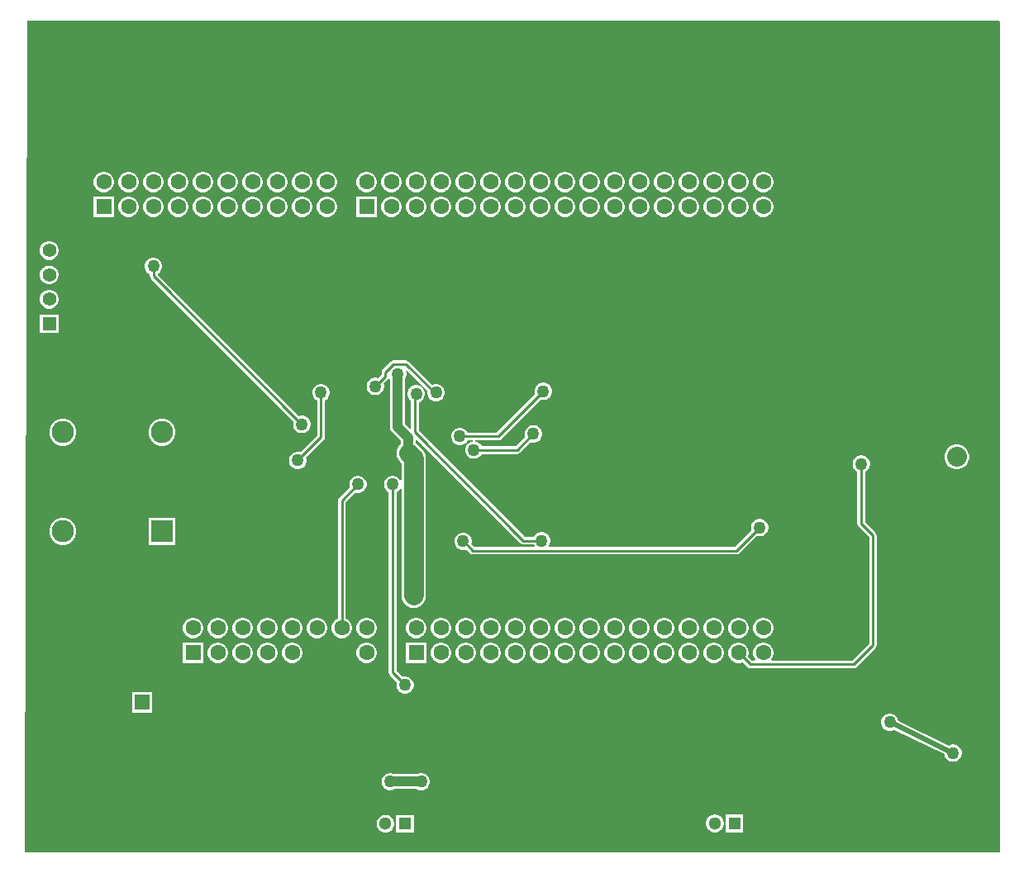
<source format=gbl>
G04*
G04 #@! TF.GenerationSoftware,Altium Limited,Altium Designer,25.1.2 (22)*
G04*
G04 Layer_Physical_Order=2*
G04 Layer_Color=16711680*
%FSLAX25Y25*%
%MOIN*%
G70*
G04*
G04 #@! TF.SameCoordinates,7C62D4D7-8F8D-48FC-A2E0-5C7692351293*
G04*
G04*
G04 #@! TF.FilePolarity,Positive*
G04*
G01*
G75*
%ADD15C,0.01000*%
%ADD63C,0.05118*%
%ADD64R,0.05118X0.05118*%
%ADD67C,0.03937*%
%ADD68C,0.01968*%
%ADD69R,0.06299X0.06299*%
%ADD70C,0.06299*%
%ADD71R,0.08976X0.08976*%
%ADD72C,0.08976*%
%ADD73C,0.05512*%
%ADD74R,0.05512X0.05512*%
%ADD75C,0.08000*%
%ADD76C,0.05000*%
%ADD77C,0.07874*%
G36*
X393500Y335847D02*
Y500D01*
X501D01*
X374Y501D01*
X2Y656D01*
X1000Y336000D01*
X393000D01*
X393038Y336038D01*
X393500Y335847D01*
D02*
G37*
%LPC*%
G36*
X298546Y275150D02*
X297454D01*
X296398Y274867D01*
X295452Y274321D01*
X294679Y273548D01*
X294133Y272602D01*
X293850Y271546D01*
Y270454D01*
X294133Y269398D01*
X294679Y268452D01*
X295452Y267680D01*
X296398Y267133D01*
X297454Y266850D01*
X298546D01*
X299602Y267133D01*
X300548Y267680D01*
X301321Y268452D01*
X301867Y269398D01*
X302150Y270454D01*
Y271546D01*
X301867Y272602D01*
X301321Y273548D01*
X300548Y274321D01*
X299602Y274867D01*
X298546Y275150D01*
D02*
G37*
G36*
X288546D02*
X287454D01*
X286398Y274867D01*
X285452Y274321D01*
X284680Y273548D01*
X284133Y272602D01*
X283850Y271546D01*
Y270454D01*
X284133Y269398D01*
X284680Y268452D01*
X285452Y267680D01*
X286398Y267133D01*
X287454Y266850D01*
X288546D01*
X289602Y267133D01*
X290548Y267680D01*
X291320Y268452D01*
X291867Y269398D01*
X292150Y270454D01*
Y271546D01*
X291867Y272602D01*
X291320Y273548D01*
X290548Y274321D01*
X289602Y274867D01*
X288546Y275150D01*
D02*
G37*
G36*
X278546D02*
X277454D01*
X276398Y274867D01*
X275452Y274321D01*
X274679Y273548D01*
X274133Y272602D01*
X273850Y271546D01*
Y270454D01*
X274133Y269398D01*
X274679Y268452D01*
X275452Y267680D01*
X276398Y267133D01*
X277454Y266850D01*
X278546D01*
X279602Y267133D01*
X280548Y267680D01*
X281321Y268452D01*
X281867Y269398D01*
X282150Y270454D01*
Y271546D01*
X281867Y272602D01*
X281321Y273548D01*
X280548Y274321D01*
X279602Y274867D01*
X278546Y275150D01*
D02*
G37*
G36*
X268546D02*
X267454D01*
X266398Y274867D01*
X265452Y274321D01*
X264680Y273548D01*
X264133Y272602D01*
X263850Y271546D01*
Y270454D01*
X264133Y269398D01*
X264680Y268452D01*
X265452Y267680D01*
X266398Y267133D01*
X267454Y266850D01*
X268546D01*
X269602Y267133D01*
X270548Y267680D01*
X271321Y268452D01*
X271867Y269398D01*
X272150Y270454D01*
Y271546D01*
X271867Y272602D01*
X271321Y273548D01*
X270548Y274321D01*
X269602Y274867D01*
X268546Y275150D01*
D02*
G37*
G36*
X258546D02*
X257454D01*
X256398Y274867D01*
X255452Y274321D01*
X254679Y273548D01*
X254133Y272602D01*
X253850Y271546D01*
Y270454D01*
X254133Y269398D01*
X254679Y268452D01*
X255452Y267680D01*
X256398Y267133D01*
X257454Y266850D01*
X258546D01*
X259602Y267133D01*
X260548Y267680D01*
X261320Y268452D01*
X261867Y269398D01*
X262150Y270454D01*
Y271546D01*
X261867Y272602D01*
X261320Y273548D01*
X260548Y274321D01*
X259602Y274867D01*
X258546Y275150D01*
D02*
G37*
G36*
X248546D02*
X247454D01*
X246398Y274867D01*
X245452Y274321D01*
X244679Y273548D01*
X244133Y272602D01*
X243850Y271546D01*
Y270454D01*
X244133Y269398D01*
X244679Y268452D01*
X245452Y267680D01*
X246398Y267133D01*
X247454Y266850D01*
X248546D01*
X249602Y267133D01*
X250548Y267680D01*
X251321Y268452D01*
X251867Y269398D01*
X252150Y270454D01*
Y271546D01*
X251867Y272602D01*
X251321Y273548D01*
X250548Y274321D01*
X249602Y274867D01*
X248546Y275150D01*
D02*
G37*
G36*
X238546D02*
X237454D01*
X236398Y274867D01*
X235452Y274321D01*
X234680Y273548D01*
X234133Y272602D01*
X233850Y271546D01*
Y270454D01*
X234133Y269398D01*
X234680Y268452D01*
X235452Y267680D01*
X236398Y267133D01*
X237454Y266850D01*
X238546D01*
X239602Y267133D01*
X240548Y267680D01*
X241320Y268452D01*
X241867Y269398D01*
X242150Y270454D01*
Y271546D01*
X241867Y272602D01*
X241320Y273548D01*
X240548Y274321D01*
X239602Y274867D01*
X238546Y275150D01*
D02*
G37*
G36*
X228546D02*
X227454D01*
X226398Y274867D01*
X225452Y274321D01*
X224679Y273548D01*
X224133Y272602D01*
X223850Y271546D01*
Y270454D01*
X224133Y269398D01*
X224679Y268452D01*
X225452Y267680D01*
X226398Y267133D01*
X227454Y266850D01*
X228546D01*
X229602Y267133D01*
X230548Y267680D01*
X231321Y268452D01*
X231867Y269398D01*
X232150Y270454D01*
Y271546D01*
X231867Y272602D01*
X231321Y273548D01*
X230548Y274321D01*
X229602Y274867D01*
X228546Y275150D01*
D02*
G37*
G36*
X218546D02*
X217454D01*
X216398Y274867D01*
X215452Y274321D01*
X214680Y273548D01*
X214133Y272602D01*
X213850Y271546D01*
Y270454D01*
X214133Y269398D01*
X214680Y268452D01*
X215452Y267680D01*
X216398Y267133D01*
X217454Y266850D01*
X218546D01*
X219602Y267133D01*
X220548Y267680D01*
X221321Y268452D01*
X221867Y269398D01*
X222150Y270454D01*
Y271546D01*
X221867Y272602D01*
X221321Y273548D01*
X220548Y274321D01*
X219602Y274867D01*
X218546Y275150D01*
D02*
G37*
G36*
X208546D02*
X207454D01*
X206398Y274867D01*
X205452Y274321D01*
X204679Y273548D01*
X204133Y272602D01*
X203850Y271546D01*
Y270454D01*
X204133Y269398D01*
X204679Y268452D01*
X205452Y267680D01*
X206398Y267133D01*
X207454Y266850D01*
X208546D01*
X209602Y267133D01*
X210548Y267680D01*
X211320Y268452D01*
X211867Y269398D01*
X212150Y270454D01*
Y271546D01*
X211867Y272602D01*
X211320Y273548D01*
X210548Y274321D01*
X209602Y274867D01*
X208546Y275150D01*
D02*
G37*
G36*
X198546D02*
X197454D01*
X196398Y274867D01*
X195452Y274321D01*
X194679Y273548D01*
X194133Y272602D01*
X193850Y271546D01*
Y270454D01*
X194133Y269398D01*
X194679Y268452D01*
X195452Y267680D01*
X196398Y267133D01*
X197454Y266850D01*
X198546D01*
X199602Y267133D01*
X200548Y267680D01*
X201321Y268452D01*
X201867Y269398D01*
X202150Y270454D01*
Y271546D01*
X201867Y272602D01*
X201321Y273548D01*
X200548Y274321D01*
X199602Y274867D01*
X198546Y275150D01*
D02*
G37*
G36*
X188546D02*
X187454D01*
X186398Y274867D01*
X185452Y274321D01*
X184679Y273548D01*
X184133Y272602D01*
X183850Y271546D01*
Y270454D01*
X184133Y269398D01*
X184679Y268452D01*
X185452Y267680D01*
X186398Y267133D01*
X187454Y266850D01*
X188546D01*
X189602Y267133D01*
X190548Y267680D01*
X191321Y268452D01*
X191867Y269398D01*
X192150Y270454D01*
Y271546D01*
X191867Y272602D01*
X191321Y273548D01*
X190548Y274321D01*
X189602Y274867D01*
X188546Y275150D01*
D02*
G37*
G36*
X178546D02*
X177454D01*
X176398Y274867D01*
X175452Y274321D01*
X174680Y273548D01*
X174133Y272602D01*
X173850Y271546D01*
Y270454D01*
X174133Y269398D01*
X174680Y268452D01*
X175452Y267680D01*
X176398Y267133D01*
X177454Y266850D01*
X178546D01*
X179602Y267133D01*
X180548Y267680D01*
X181321Y268452D01*
X181867Y269398D01*
X182150Y270454D01*
Y271546D01*
X181867Y272602D01*
X181321Y273548D01*
X180548Y274321D01*
X179602Y274867D01*
X178546Y275150D01*
D02*
G37*
G36*
X168546D02*
X167454D01*
X166398Y274867D01*
X165452Y274321D01*
X164680Y273548D01*
X164133Y272602D01*
X163850Y271546D01*
Y270454D01*
X164133Y269398D01*
X164680Y268452D01*
X165452Y267680D01*
X166398Y267133D01*
X167454Y266850D01*
X168546D01*
X169602Y267133D01*
X170548Y267680D01*
X171320Y268452D01*
X171867Y269398D01*
X172150Y270454D01*
Y271546D01*
X171867Y272602D01*
X171320Y273548D01*
X170548Y274321D01*
X169602Y274867D01*
X168546Y275150D01*
D02*
G37*
G36*
X158546D02*
X157454D01*
X156398Y274867D01*
X155452Y274321D01*
X154680Y273548D01*
X154133Y272602D01*
X153850Y271546D01*
Y270454D01*
X154133Y269398D01*
X154680Y268452D01*
X155452Y267680D01*
X156398Y267133D01*
X157454Y266850D01*
X158546D01*
X159602Y267133D01*
X160548Y267680D01*
X161320Y268452D01*
X161867Y269398D01*
X162150Y270454D01*
Y271546D01*
X161867Y272602D01*
X161320Y273548D01*
X160548Y274321D01*
X159602Y274867D01*
X158546Y275150D01*
D02*
G37*
G36*
X148546D02*
X147454D01*
X146398Y274867D01*
X145452Y274321D01*
X144679Y273548D01*
X144133Y272602D01*
X143850Y271546D01*
Y270454D01*
X144133Y269398D01*
X144679Y268452D01*
X145452Y267680D01*
X146398Y267133D01*
X147454Y266850D01*
X148546D01*
X149602Y267133D01*
X150548Y267680D01*
X151321Y268452D01*
X151867Y269398D01*
X152150Y270454D01*
Y271546D01*
X151867Y272602D01*
X151321Y273548D01*
X150548Y274321D01*
X149602Y274867D01*
X148546Y275150D01*
D02*
G37*
G36*
X138546D02*
X137454D01*
X136398Y274867D01*
X135452Y274321D01*
X134679Y273548D01*
X134133Y272602D01*
X133850Y271546D01*
Y270454D01*
X134133Y269398D01*
X134679Y268452D01*
X135452Y267680D01*
X136398Y267133D01*
X137454Y266850D01*
X138546D01*
X139602Y267133D01*
X140548Y267680D01*
X141321Y268452D01*
X141867Y269398D01*
X142150Y270454D01*
Y271546D01*
X141867Y272602D01*
X141321Y273548D01*
X140548Y274321D01*
X139602Y274867D01*
X138546Y275150D01*
D02*
G37*
G36*
X122546D02*
X121454D01*
X120398Y274867D01*
X119452Y274321D01*
X118679Y273548D01*
X118133Y272602D01*
X117850Y271546D01*
Y270454D01*
X118133Y269398D01*
X118679Y268452D01*
X119452Y267680D01*
X120398Y267133D01*
X121454Y266850D01*
X122546D01*
X123602Y267133D01*
X124548Y267680D01*
X125320Y268452D01*
X125867Y269398D01*
X126150Y270454D01*
Y271546D01*
X125867Y272602D01*
X125320Y273548D01*
X124548Y274321D01*
X123602Y274867D01*
X122546Y275150D01*
D02*
G37*
G36*
X112546D02*
X111454D01*
X110398Y274867D01*
X109452Y274321D01*
X108679Y273548D01*
X108133Y272602D01*
X107850Y271546D01*
Y270454D01*
X108133Y269398D01*
X108679Y268452D01*
X109452Y267680D01*
X110398Y267133D01*
X111454Y266850D01*
X112546D01*
X113602Y267133D01*
X114548Y267680D01*
X115321Y268452D01*
X115867Y269398D01*
X116150Y270454D01*
Y271546D01*
X115867Y272602D01*
X115321Y273548D01*
X114548Y274321D01*
X113602Y274867D01*
X112546Y275150D01*
D02*
G37*
G36*
X102546D02*
X101454D01*
X100398Y274867D01*
X99452Y274321D01*
X98680Y273548D01*
X98133Y272602D01*
X97850Y271546D01*
Y270454D01*
X98133Y269398D01*
X98680Y268452D01*
X99452Y267680D01*
X100398Y267133D01*
X101454Y266850D01*
X102546D01*
X103602Y267133D01*
X104548Y267680D01*
X105321Y268452D01*
X105867Y269398D01*
X106150Y270454D01*
Y271546D01*
X105867Y272602D01*
X105321Y273548D01*
X104548Y274321D01*
X103602Y274867D01*
X102546Y275150D01*
D02*
G37*
G36*
X92546D02*
X91454D01*
X90398Y274867D01*
X89452Y274321D01*
X88679Y273548D01*
X88133Y272602D01*
X87850Y271546D01*
Y270454D01*
X88133Y269398D01*
X88679Y268452D01*
X89452Y267680D01*
X90398Y267133D01*
X91454Y266850D01*
X92546D01*
X93602Y267133D01*
X94548Y267680D01*
X95320Y268452D01*
X95867Y269398D01*
X96150Y270454D01*
Y271546D01*
X95867Y272602D01*
X95320Y273548D01*
X94548Y274321D01*
X93602Y274867D01*
X92546Y275150D01*
D02*
G37*
G36*
X82546D02*
X81454D01*
X80398Y274867D01*
X79452Y274321D01*
X78680Y273548D01*
X78133Y272602D01*
X77850Y271546D01*
Y270454D01*
X78133Y269398D01*
X78680Y268452D01*
X79452Y267680D01*
X80398Y267133D01*
X81454Y266850D01*
X82546D01*
X83602Y267133D01*
X84548Y267680D01*
X85321Y268452D01*
X85867Y269398D01*
X86150Y270454D01*
Y271546D01*
X85867Y272602D01*
X85321Y273548D01*
X84548Y274321D01*
X83602Y274867D01*
X82546Y275150D01*
D02*
G37*
G36*
X72546D02*
X71454D01*
X70398Y274867D01*
X69452Y274321D01*
X68679Y273548D01*
X68133Y272602D01*
X67850Y271546D01*
Y270454D01*
X68133Y269398D01*
X68679Y268452D01*
X69452Y267680D01*
X70398Y267133D01*
X71454Y266850D01*
X72546D01*
X73602Y267133D01*
X74548Y267680D01*
X75321Y268452D01*
X75867Y269398D01*
X76150Y270454D01*
Y271546D01*
X75867Y272602D01*
X75321Y273548D01*
X74548Y274321D01*
X73602Y274867D01*
X72546Y275150D01*
D02*
G37*
G36*
X62546D02*
X61454D01*
X60398Y274867D01*
X59452Y274321D01*
X58679Y273548D01*
X58133Y272602D01*
X57850Y271546D01*
Y270454D01*
X58133Y269398D01*
X58679Y268452D01*
X59452Y267680D01*
X60398Y267133D01*
X61454Y266850D01*
X62546D01*
X63602Y267133D01*
X64548Y267680D01*
X65320Y268452D01*
X65867Y269398D01*
X66150Y270454D01*
Y271546D01*
X65867Y272602D01*
X65320Y273548D01*
X64548Y274321D01*
X63602Y274867D01*
X62546Y275150D01*
D02*
G37*
G36*
X52546D02*
X51454D01*
X50398Y274867D01*
X49452Y274321D01*
X48680Y273548D01*
X48133Y272602D01*
X47850Y271546D01*
Y270454D01*
X48133Y269398D01*
X48680Y268452D01*
X49452Y267680D01*
X50398Y267133D01*
X51454Y266850D01*
X52546D01*
X53602Y267133D01*
X54548Y267680D01*
X55321Y268452D01*
X55867Y269398D01*
X56150Y270454D01*
Y271546D01*
X55867Y272602D01*
X55321Y273548D01*
X54548Y274321D01*
X53602Y274867D01*
X52546Y275150D01*
D02*
G37*
G36*
X42546D02*
X41454D01*
X40398Y274867D01*
X39452Y274321D01*
X38680Y273548D01*
X38133Y272602D01*
X37850Y271546D01*
Y270454D01*
X38133Y269398D01*
X38680Y268452D01*
X39452Y267680D01*
X40398Y267133D01*
X41454Y266850D01*
X42546D01*
X43602Y267133D01*
X44548Y267680D01*
X45320Y268452D01*
X45867Y269398D01*
X46150Y270454D01*
Y271546D01*
X45867Y272602D01*
X45320Y273548D01*
X44548Y274321D01*
X43602Y274867D01*
X42546Y275150D01*
D02*
G37*
G36*
X32546D02*
X31454D01*
X30398Y274867D01*
X29452Y274321D01*
X28679Y273548D01*
X28133Y272602D01*
X27850Y271546D01*
Y270454D01*
X28133Y269398D01*
X28679Y268452D01*
X29452Y267680D01*
X30398Y267133D01*
X31454Y266850D01*
X32546D01*
X33602Y267133D01*
X34548Y267680D01*
X35320Y268452D01*
X35867Y269398D01*
X36150Y270454D01*
Y271546D01*
X35867Y272602D01*
X35320Y273548D01*
X34548Y274321D01*
X33602Y274867D01*
X32546Y275150D01*
D02*
G37*
G36*
X298546Y265150D02*
X297454D01*
X296398Y264867D01*
X295452Y264320D01*
X294679Y263548D01*
X294133Y262602D01*
X293850Y261546D01*
Y260454D01*
X294133Y259398D01*
X294679Y258452D01*
X295452Y257680D01*
X296398Y257133D01*
X297454Y256850D01*
X298546D01*
X299602Y257133D01*
X300548Y257680D01*
X301321Y258452D01*
X301867Y259398D01*
X302150Y260454D01*
Y261546D01*
X301867Y262602D01*
X301321Y263548D01*
X300548Y264320D01*
X299602Y264867D01*
X298546Y265150D01*
D02*
G37*
G36*
X288546D02*
X287454D01*
X286398Y264867D01*
X285452Y264320D01*
X284680Y263548D01*
X284133Y262602D01*
X283850Y261546D01*
Y260454D01*
X284133Y259398D01*
X284680Y258452D01*
X285452Y257680D01*
X286398Y257133D01*
X287454Y256850D01*
X288546D01*
X289602Y257133D01*
X290548Y257680D01*
X291320Y258452D01*
X291867Y259398D01*
X292150Y260454D01*
Y261546D01*
X291867Y262602D01*
X291320Y263548D01*
X290548Y264320D01*
X289602Y264867D01*
X288546Y265150D01*
D02*
G37*
G36*
X278546D02*
X277454D01*
X276398Y264867D01*
X275452Y264320D01*
X274679Y263548D01*
X274133Y262602D01*
X273850Y261546D01*
Y260454D01*
X274133Y259398D01*
X274679Y258452D01*
X275452Y257680D01*
X276398Y257133D01*
X277454Y256850D01*
X278546D01*
X279602Y257133D01*
X280548Y257680D01*
X281321Y258452D01*
X281867Y259398D01*
X282150Y260454D01*
Y261546D01*
X281867Y262602D01*
X281321Y263548D01*
X280548Y264320D01*
X279602Y264867D01*
X278546Y265150D01*
D02*
G37*
G36*
X268546D02*
X267454D01*
X266398Y264867D01*
X265452Y264320D01*
X264680Y263548D01*
X264133Y262602D01*
X263850Y261546D01*
Y260454D01*
X264133Y259398D01*
X264680Y258452D01*
X265452Y257680D01*
X266398Y257133D01*
X267454Y256850D01*
X268546D01*
X269602Y257133D01*
X270548Y257680D01*
X271321Y258452D01*
X271867Y259398D01*
X272150Y260454D01*
Y261546D01*
X271867Y262602D01*
X271321Y263548D01*
X270548Y264320D01*
X269602Y264867D01*
X268546Y265150D01*
D02*
G37*
G36*
X258546D02*
X257454D01*
X256398Y264867D01*
X255452Y264320D01*
X254679Y263548D01*
X254133Y262602D01*
X253850Y261546D01*
Y260454D01*
X254133Y259398D01*
X254679Y258452D01*
X255452Y257680D01*
X256398Y257133D01*
X257454Y256850D01*
X258546D01*
X259602Y257133D01*
X260548Y257680D01*
X261320Y258452D01*
X261867Y259398D01*
X262150Y260454D01*
Y261546D01*
X261867Y262602D01*
X261320Y263548D01*
X260548Y264320D01*
X259602Y264867D01*
X258546Y265150D01*
D02*
G37*
G36*
X248546D02*
X247454D01*
X246398Y264867D01*
X245452Y264320D01*
X244679Y263548D01*
X244133Y262602D01*
X243850Y261546D01*
Y260454D01*
X244133Y259398D01*
X244679Y258452D01*
X245452Y257680D01*
X246398Y257133D01*
X247454Y256850D01*
X248546D01*
X249602Y257133D01*
X250548Y257680D01*
X251321Y258452D01*
X251867Y259398D01*
X252150Y260454D01*
Y261546D01*
X251867Y262602D01*
X251321Y263548D01*
X250548Y264320D01*
X249602Y264867D01*
X248546Y265150D01*
D02*
G37*
G36*
X238546D02*
X237454D01*
X236398Y264867D01*
X235452Y264320D01*
X234680Y263548D01*
X234133Y262602D01*
X233850Y261546D01*
Y260454D01*
X234133Y259398D01*
X234680Y258452D01*
X235452Y257680D01*
X236398Y257133D01*
X237454Y256850D01*
X238546D01*
X239602Y257133D01*
X240548Y257680D01*
X241320Y258452D01*
X241867Y259398D01*
X242150Y260454D01*
Y261546D01*
X241867Y262602D01*
X241320Y263548D01*
X240548Y264320D01*
X239602Y264867D01*
X238546Y265150D01*
D02*
G37*
G36*
X228546D02*
X227454D01*
X226398Y264867D01*
X225452Y264320D01*
X224679Y263548D01*
X224133Y262602D01*
X223850Y261546D01*
Y260454D01*
X224133Y259398D01*
X224679Y258452D01*
X225452Y257680D01*
X226398Y257133D01*
X227454Y256850D01*
X228546D01*
X229602Y257133D01*
X230548Y257680D01*
X231321Y258452D01*
X231867Y259398D01*
X232150Y260454D01*
Y261546D01*
X231867Y262602D01*
X231321Y263548D01*
X230548Y264320D01*
X229602Y264867D01*
X228546Y265150D01*
D02*
G37*
G36*
X218546D02*
X217454D01*
X216398Y264867D01*
X215452Y264320D01*
X214680Y263548D01*
X214133Y262602D01*
X213850Y261546D01*
Y260454D01*
X214133Y259398D01*
X214680Y258452D01*
X215452Y257680D01*
X216398Y257133D01*
X217454Y256850D01*
X218546D01*
X219602Y257133D01*
X220548Y257680D01*
X221321Y258452D01*
X221867Y259398D01*
X222150Y260454D01*
Y261546D01*
X221867Y262602D01*
X221321Y263548D01*
X220548Y264320D01*
X219602Y264867D01*
X218546Y265150D01*
D02*
G37*
G36*
X208546D02*
X207454D01*
X206398Y264867D01*
X205452Y264320D01*
X204679Y263548D01*
X204133Y262602D01*
X203850Y261546D01*
Y260454D01*
X204133Y259398D01*
X204679Y258452D01*
X205452Y257680D01*
X206398Y257133D01*
X207454Y256850D01*
X208546D01*
X209602Y257133D01*
X210548Y257680D01*
X211320Y258452D01*
X211867Y259398D01*
X212150Y260454D01*
Y261546D01*
X211867Y262602D01*
X211320Y263548D01*
X210548Y264320D01*
X209602Y264867D01*
X208546Y265150D01*
D02*
G37*
G36*
X198546D02*
X197454D01*
X196398Y264867D01*
X195452Y264320D01*
X194679Y263548D01*
X194133Y262602D01*
X193850Y261546D01*
Y260454D01*
X194133Y259398D01*
X194679Y258452D01*
X195452Y257680D01*
X196398Y257133D01*
X197454Y256850D01*
X198546D01*
X199602Y257133D01*
X200548Y257680D01*
X201321Y258452D01*
X201867Y259398D01*
X202150Y260454D01*
Y261546D01*
X201867Y262602D01*
X201321Y263548D01*
X200548Y264320D01*
X199602Y264867D01*
X198546Y265150D01*
D02*
G37*
G36*
X188546D02*
X187454D01*
X186398Y264867D01*
X185452Y264320D01*
X184679Y263548D01*
X184133Y262602D01*
X183850Y261546D01*
Y260454D01*
X184133Y259398D01*
X184679Y258452D01*
X185452Y257680D01*
X186398Y257133D01*
X187454Y256850D01*
X188546D01*
X189602Y257133D01*
X190548Y257680D01*
X191321Y258452D01*
X191867Y259398D01*
X192150Y260454D01*
Y261546D01*
X191867Y262602D01*
X191321Y263548D01*
X190548Y264320D01*
X189602Y264867D01*
X188546Y265150D01*
D02*
G37*
G36*
X178546D02*
X177454D01*
X176398Y264867D01*
X175452Y264320D01*
X174680Y263548D01*
X174133Y262602D01*
X173850Y261546D01*
Y260454D01*
X174133Y259398D01*
X174680Y258452D01*
X175452Y257680D01*
X176398Y257133D01*
X177454Y256850D01*
X178546D01*
X179602Y257133D01*
X180548Y257680D01*
X181321Y258452D01*
X181867Y259398D01*
X182150Y260454D01*
Y261546D01*
X181867Y262602D01*
X181321Y263548D01*
X180548Y264320D01*
X179602Y264867D01*
X178546Y265150D01*
D02*
G37*
G36*
X168546D02*
X167454D01*
X166398Y264867D01*
X165452Y264320D01*
X164680Y263548D01*
X164133Y262602D01*
X163850Y261546D01*
Y260454D01*
X164133Y259398D01*
X164680Y258452D01*
X165452Y257680D01*
X166398Y257133D01*
X167454Y256850D01*
X168546D01*
X169602Y257133D01*
X170548Y257680D01*
X171320Y258452D01*
X171867Y259398D01*
X172150Y260454D01*
Y261546D01*
X171867Y262602D01*
X171320Y263548D01*
X170548Y264320D01*
X169602Y264867D01*
X168546Y265150D01*
D02*
G37*
G36*
X158546D02*
X157454D01*
X156398Y264867D01*
X155452Y264320D01*
X154680Y263548D01*
X154133Y262602D01*
X153850Y261546D01*
Y260454D01*
X154133Y259398D01*
X154680Y258452D01*
X155452Y257680D01*
X156398Y257133D01*
X157454Y256850D01*
X158546D01*
X159602Y257133D01*
X160548Y257680D01*
X161320Y258452D01*
X161867Y259398D01*
X162150Y260454D01*
Y261546D01*
X161867Y262602D01*
X161320Y263548D01*
X160548Y264320D01*
X159602Y264867D01*
X158546Y265150D01*
D02*
G37*
G36*
X148546D02*
X147454D01*
X146398Y264867D01*
X145452Y264320D01*
X144679Y263548D01*
X144133Y262602D01*
X143850Y261546D01*
Y260454D01*
X144133Y259398D01*
X144679Y258452D01*
X145452Y257680D01*
X146398Y257133D01*
X147454Y256850D01*
X148546D01*
X149602Y257133D01*
X150548Y257680D01*
X151321Y258452D01*
X151867Y259398D01*
X152150Y260454D01*
Y261546D01*
X151867Y262602D01*
X151321Y263548D01*
X150548Y264320D01*
X149602Y264867D01*
X148546Y265150D01*
D02*
G37*
G36*
X142150D02*
X133850D01*
Y256850D01*
X142150D01*
Y265150D01*
D02*
G37*
G36*
X122546D02*
X121454D01*
X120398Y264867D01*
X119452Y264320D01*
X118679Y263548D01*
X118133Y262602D01*
X117850Y261546D01*
Y260454D01*
X118133Y259398D01*
X118679Y258452D01*
X119452Y257680D01*
X120398Y257133D01*
X121454Y256850D01*
X122546D01*
X123602Y257133D01*
X124548Y257680D01*
X125320Y258452D01*
X125867Y259398D01*
X126150Y260454D01*
Y261546D01*
X125867Y262602D01*
X125320Y263548D01*
X124548Y264320D01*
X123602Y264867D01*
X122546Y265150D01*
D02*
G37*
G36*
X112546D02*
X111454D01*
X110398Y264867D01*
X109452Y264320D01*
X108679Y263548D01*
X108133Y262602D01*
X107850Y261546D01*
Y260454D01*
X108133Y259398D01*
X108679Y258452D01*
X109452Y257680D01*
X110398Y257133D01*
X111454Y256850D01*
X112546D01*
X113602Y257133D01*
X114548Y257680D01*
X115321Y258452D01*
X115867Y259398D01*
X116150Y260454D01*
Y261546D01*
X115867Y262602D01*
X115321Y263548D01*
X114548Y264320D01*
X113602Y264867D01*
X112546Y265150D01*
D02*
G37*
G36*
X102546D02*
X101454D01*
X100398Y264867D01*
X99452Y264320D01*
X98680Y263548D01*
X98133Y262602D01*
X97850Y261546D01*
Y260454D01*
X98133Y259398D01*
X98680Y258452D01*
X99452Y257680D01*
X100398Y257133D01*
X101454Y256850D01*
X102546D01*
X103602Y257133D01*
X104548Y257680D01*
X105321Y258452D01*
X105867Y259398D01*
X106150Y260454D01*
Y261546D01*
X105867Y262602D01*
X105321Y263548D01*
X104548Y264320D01*
X103602Y264867D01*
X102546Y265150D01*
D02*
G37*
G36*
X92546D02*
X91454D01*
X90398Y264867D01*
X89452Y264320D01*
X88679Y263548D01*
X88133Y262602D01*
X87850Y261546D01*
Y260454D01*
X88133Y259398D01*
X88679Y258452D01*
X89452Y257680D01*
X90398Y257133D01*
X91454Y256850D01*
X92546D01*
X93602Y257133D01*
X94548Y257680D01*
X95320Y258452D01*
X95867Y259398D01*
X96150Y260454D01*
Y261546D01*
X95867Y262602D01*
X95320Y263548D01*
X94548Y264320D01*
X93602Y264867D01*
X92546Y265150D01*
D02*
G37*
G36*
X82546D02*
X81454D01*
X80398Y264867D01*
X79452Y264320D01*
X78680Y263548D01*
X78133Y262602D01*
X77850Y261546D01*
Y260454D01*
X78133Y259398D01*
X78680Y258452D01*
X79452Y257680D01*
X80398Y257133D01*
X81454Y256850D01*
X82546D01*
X83602Y257133D01*
X84548Y257680D01*
X85321Y258452D01*
X85867Y259398D01*
X86150Y260454D01*
Y261546D01*
X85867Y262602D01*
X85321Y263548D01*
X84548Y264320D01*
X83602Y264867D01*
X82546Y265150D01*
D02*
G37*
G36*
X72546D02*
X71454D01*
X70398Y264867D01*
X69452Y264320D01*
X68679Y263548D01*
X68133Y262602D01*
X67850Y261546D01*
Y260454D01*
X68133Y259398D01*
X68679Y258452D01*
X69452Y257680D01*
X70398Y257133D01*
X71454Y256850D01*
X72546D01*
X73602Y257133D01*
X74548Y257680D01*
X75321Y258452D01*
X75867Y259398D01*
X76150Y260454D01*
Y261546D01*
X75867Y262602D01*
X75321Y263548D01*
X74548Y264320D01*
X73602Y264867D01*
X72546Y265150D01*
D02*
G37*
G36*
X62546D02*
X61454D01*
X60398Y264867D01*
X59452Y264320D01*
X58679Y263548D01*
X58133Y262602D01*
X57850Y261546D01*
Y260454D01*
X58133Y259398D01*
X58679Y258452D01*
X59452Y257680D01*
X60398Y257133D01*
X61454Y256850D01*
X62546D01*
X63602Y257133D01*
X64548Y257680D01*
X65320Y258452D01*
X65867Y259398D01*
X66150Y260454D01*
Y261546D01*
X65867Y262602D01*
X65320Y263548D01*
X64548Y264320D01*
X63602Y264867D01*
X62546Y265150D01*
D02*
G37*
G36*
X52546D02*
X51454D01*
X50398Y264867D01*
X49452Y264320D01*
X48680Y263548D01*
X48133Y262602D01*
X47850Y261546D01*
Y260454D01*
X48133Y259398D01*
X48680Y258452D01*
X49452Y257680D01*
X50398Y257133D01*
X51454Y256850D01*
X52546D01*
X53602Y257133D01*
X54548Y257680D01*
X55321Y258452D01*
X55867Y259398D01*
X56150Y260454D01*
Y261546D01*
X55867Y262602D01*
X55321Y263548D01*
X54548Y264320D01*
X53602Y264867D01*
X52546Y265150D01*
D02*
G37*
G36*
X42546D02*
X41454D01*
X40398Y264867D01*
X39452Y264320D01*
X38680Y263548D01*
X38133Y262602D01*
X37850Y261546D01*
Y260454D01*
X38133Y259398D01*
X38680Y258452D01*
X39452Y257680D01*
X40398Y257133D01*
X41454Y256850D01*
X42546D01*
X43602Y257133D01*
X44548Y257680D01*
X45320Y258452D01*
X45867Y259398D01*
X46150Y260454D01*
Y261546D01*
X45867Y262602D01*
X45320Y263548D01*
X44548Y264320D01*
X43602Y264867D01*
X42546Y265150D01*
D02*
G37*
G36*
X36150D02*
X27850D01*
Y256850D01*
X36150D01*
Y265150D01*
D02*
G37*
G36*
X10494Y247098D02*
X9505D01*
X8550Y246843D01*
X7694Y246348D01*
X6995Y245649D01*
X6500Y244792D01*
X6244Y243837D01*
Y242848D01*
X6500Y241893D01*
X6995Y241036D01*
X7694Y240337D01*
X8550Y239843D01*
X9505Y239587D01*
X10494D01*
X11450Y239843D01*
X12306Y240337D01*
X13005Y241036D01*
X13500Y241893D01*
X13756Y242848D01*
Y243837D01*
X13500Y244792D01*
X13005Y245649D01*
X12306Y246348D01*
X11450Y246843D01*
X10494Y247098D01*
D02*
G37*
G36*
Y237256D02*
X9505D01*
X8550Y237000D01*
X7694Y236506D01*
X6995Y235806D01*
X6500Y234950D01*
X6244Y233995D01*
Y233005D01*
X6500Y232050D01*
X6995Y231194D01*
X7694Y230494D01*
X8550Y230000D01*
X9505Y229744D01*
X10494D01*
X11450Y230000D01*
X12306Y230494D01*
X13005Y231194D01*
X13500Y232050D01*
X13756Y233005D01*
Y233995D01*
X13500Y234950D01*
X13005Y235806D01*
X12306Y236506D01*
X11450Y237000D01*
X10494Y237256D01*
D02*
G37*
G36*
Y227413D02*
X9505D01*
X8550Y227157D01*
X7694Y226663D01*
X6995Y225964D01*
X6500Y225107D01*
X6244Y224152D01*
Y223163D01*
X6500Y222208D01*
X6995Y221351D01*
X7694Y220652D01*
X8550Y220158D01*
X9505Y219901D01*
X10494D01*
X11450Y220158D01*
X12306Y220652D01*
X13005Y221351D01*
X13500Y222208D01*
X13756Y223163D01*
Y224152D01*
X13500Y225107D01*
X13005Y225964D01*
X12306Y226663D01*
X11450Y227157D01*
X10494Y227413D01*
D02*
G37*
G36*
X13756Y217571D02*
X6244D01*
Y210059D01*
X13756D01*
Y217571D01*
D02*
G37*
G36*
X209761Y190000D02*
X208839D01*
X207949Y189761D01*
X207151Y189301D01*
X206499Y188649D01*
X206038Y187851D01*
X205800Y186961D01*
Y186039D01*
X205985Y185348D01*
X190466Y169829D01*
X178759D01*
X178401Y170449D01*
X177749Y171101D01*
X176951Y171562D01*
X176061Y171800D01*
X175139D01*
X174249Y171562D01*
X173451Y171101D01*
X172799Y170449D01*
X172338Y169651D01*
X172100Y168761D01*
Y167839D01*
X172338Y166949D01*
X172799Y166151D01*
X173451Y165499D01*
X174249Y165039D01*
X175139Y164800D01*
X176061D01*
X176951Y165039D01*
X177749Y165499D01*
X178401Y166151D01*
X178759Y166771D01*
X180664D01*
X180729Y166271D01*
X179949Y166061D01*
X179151Y165601D01*
X178499Y164949D01*
X178039Y164151D01*
X177800Y163261D01*
Y162339D01*
X178039Y161449D01*
X178499Y160651D01*
X179151Y159999D01*
X179949Y159538D01*
X180839Y159300D01*
X181761D01*
X182651Y159538D01*
X183449Y159999D01*
X184101Y160651D01*
X184458Y161271D01*
X198700D01*
X199285Y161387D01*
X199781Y161719D01*
X204148Y166085D01*
X204839Y165900D01*
X205761D01*
X206651Y166139D01*
X207449Y166599D01*
X208101Y167251D01*
X208561Y168049D01*
X208800Y168939D01*
Y169861D01*
X208561Y170751D01*
X208101Y171549D01*
X207449Y172201D01*
X206651Y172661D01*
X205761Y172900D01*
X204839D01*
X203949Y172661D01*
X203151Y172201D01*
X202499Y171549D01*
X202039Y170751D01*
X201800Y169861D01*
Y168939D01*
X201985Y168248D01*
X198066Y164329D01*
X184458D01*
X184101Y164949D01*
X183449Y165601D01*
X182651Y166061D01*
X181870Y166271D01*
X181936Y166771D01*
X191100D01*
X191685Y166887D01*
X192181Y167219D01*
X208148Y183185D01*
X208839Y183000D01*
X209761D01*
X210651Y183238D01*
X211449Y183699D01*
X212101Y184351D01*
X212561Y185149D01*
X212800Y186039D01*
Y186961D01*
X212561Y187851D01*
X212101Y188649D01*
X211449Y189301D01*
X210651Y189761D01*
X209761Y190000D01*
D02*
G37*
G36*
X153843Y199029D02*
X148843D01*
X148258Y198913D01*
X147762Y198581D01*
X144473Y195293D01*
X144141Y194796D01*
X144025Y194211D01*
Y193188D01*
X142652Y191815D01*
X141961Y192000D01*
X141039D01*
X140149Y191762D01*
X139351Y191301D01*
X138699Y190649D01*
X138239Y189851D01*
X138000Y188961D01*
Y188039D01*
X138239Y187149D01*
X138699Y186351D01*
X139351Y185699D01*
X140149Y185239D01*
X141039Y185000D01*
X141961D01*
X142851Y185239D01*
X143649Y185699D01*
X144301Y186351D01*
X144762Y187149D01*
X145000Y188039D01*
Y188961D01*
X144815Y189652D01*
X146636Y191473D01*
X146681Y191540D01*
X147289Y191603D01*
X147506Y191395D01*
Y172095D01*
X147608Y171320D01*
X147907Y170598D01*
X148383Y169978D01*
X151803Y166558D01*
Y165269D01*
X151479Y165021D01*
X150688Y163990D01*
X150190Y162789D01*
X150020Y161500D01*
X150190Y160211D01*
X150688Y159010D01*
X151479Y157979D01*
X152020Y157437D01*
Y150902D01*
X151520Y150768D01*
X151301Y151149D01*
X150649Y151801D01*
X149851Y152261D01*
X148961Y152500D01*
X148039D01*
X147149Y152261D01*
X146351Y151801D01*
X145699Y151149D01*
X145238Y150351D01*
X145000Y149461D01*
Y148539D01*
X145238Y147649D01*
X145699Y146851D01*
X146351Y146199D01*
X146971Y145842D01*
Y73000D01*
X147087Y72415D01*
X147419Y71919D01*
X150185Y69152D01*
X150000Y68461D01*
Y67539D01*
X150239Y66649D01*
X150699Y65851D01*
X151351Y65199D01*
X152149Y64739D01*
X153039Y64500D01*
X153961D01*
X154851Y64739D01*
X155649Y65199D01*
X156301Y65851D01*
X156762Y66649D01*
X157000Y67539D01*
Y68461D01*
X156762Y69351D01*
X156301Y70149D01*
X155649Y70801D01*
X154851Y71262D01*
X153961Y71500D01*
X153039D01*
X152348Y71315D01*
X150029Y73633D01*
Y145842D01*
X150649Y146199D01*
X151301Y146851D01*
X151520Y147231D01*
X152020Y147098D01*
Y104000D01*
X152190Y102711D01*
X152688Y101510D01*
X153479Y100479D01*
X154510Y99687D01*
X155711Y99190D01*
X157000Y99020D01*
X158289Y99190D01*
X159490Y99687D01*
X160521Y100479D01*
X161312Y101510D01*
X161810Y102711D01*
X161980Y104000D01*
Y159500D01*
X161980Y159500D01*
X161810Y160789D01*
X161312Y161990D01*
X160521Y163021D01*
X160521Y163021D01*
X158521Y165021D01*
X157791Y165582D01*
Y166893D01*
X158253Y167084D01*
X200219Y125119D01*
X200715Y124787D01*
X201300Y124671D01*
X205441D01*
X205696Y124229D01*
X205459Y123729D01*
X181476D01*
X180279Y124927D01*
X180443Y125539D01*
Y126461D01*
X180204Y127351D01*
X179744Y128149D01*
X179092Y128801D01*
X178294Y129262D01*
X177404Y129500D01*
X176482D01*
X175592Y129262D01*
X174794Y128801D01*
X174142Y128149D01*
X173681Y127351D01*
X173443Y126461D01*
Y125539D01*
X173681Y124649D01*
X174142Y123851D01*
X174794Y123199D01*
X175592Y122739D01*
X176482Y122500D01*
X177404D01*
X178174Y122706D01*
X179762Y121119D01*
X180258Y120787D01*
X180843Y120671D01*
X287200D01*
X287785Y120787D01*
X288281Y121119D01*
X295348Y128185D01*
X296039Y128000D01*
X296961D01*
X297851Y128238D01*
X298649Y128699D01*
X299301Y129351D01*
X299762Y130149D01*
X300000Y131039D01*
Y131961D01*
X299762Y132851D01*
X299301Y133649D01*
X298649Y134301D01*
X297851Y134762D01*
X296961Y135000D01*
X296039D01*
X295149Y134762D01*
X294351Y134301D01*
X293699Y133649D01*
X293238Y132851D01*
X293000Y131961D01*
Y131039D01*
X293185Y130348D01*
X286566Y123729D01*
X211740D01*
X211504Y124229D01*
X211861Y124849D01*
X212100Y125739D01*
Y126661D01*
X211861Y127551D01*
X211401Y128349D01*
X210749Y129001D01*
X209951Y129462D01*
X209061Y129700D01*
X208139D01*
X207249Y129462D01*
X206451Y129001D01*
X205799Y128349D01*
X205441Y127729D01*
X201934D01*
X159029Y170633D01*
Y182152D01*
X159351Y182238D01*
X160149Y182699D01*
X160801Y183351D01*
X161261Y184149D01*
X161500Y185039D01*
Y185961D01*
X161261Y186851D01*
X160801Y187649D01*
X160149Y188301D01*
X159351Y188761D01*
X158461Y189000D01*
X157539D01*
X156649Y188761D01*
X155851Y188301D01*
X155199Y187649D01*
X154738Y186851D01*
X154500Y185961D01*
Y185039D01*
X154738Y184149D01*
X155199Y183351D01*
X155851Y182699D01*
X155971Y182630D01*
Y171512D01*
X155509Y171320D01*
X153494Y173335D01*
Y191686D01*
X153761Y192149D01*
X154000Y193039D01*
Y193961D01*
X153813Y194661D01*
X154261Y194920D01*
X162546Y186634D01*
X162500Y186461D01*
Y185539D01*
X162739Y184649D01*
X163199Y183851D01*
X163851Y183199D01*
X164649Y182738D01*
X165539Y182500D01*
X166461D01*
X167351Y182738D01*
X168149Y183199D01*
X168801Y183851D01*
X169262Y184649D01*
X169500Y185539D01*
Y186461D01*
X169262Y187351D01*
X168801Y188149D01*
X168149Y188801D01*
X167351Y189261D01*
X166461Y189500D01*
X165539D01*
X164649Y189261D01*
X164393Y189113D01*
X154925Y198581D01*
X154428Y198913D01*
X153843Y199029D01*
D02*
G37*
G36*
X52461Y240500D02*
X51539D01*
X50649Y240262D01*
X49851Y239801D01*
X49199Y239149D01*
X48739Y238351D01*
X48500Y237461D01*
Y236539D01*
X48739Y235649D01*
X49199Y234851D01*
X49851Y234199D01*
X50571Y233784D01*
Y233000D01*
X50687Y232415D01*
X51019Y231919D01*
X108585Y174352D01*
X108400Y173661D01*
Y172739D01*
X108639Y171849D01*
X109099Y171051D01*
X109751Y170399D01*
X110549Y169939D01*
X111439Y169700D01*
X112361D01*
X113251Y169939D01*
X114049Y170399D01*
X114701Y171051D01*
X115162Y171849D01*
X115400Y172739D01*
Y173661D01*
X115162Y174551D01*
X114701Y175349D01*
X114049Y176001D01*
X113251Y176462D01*
X112361Y176700D01*
X111439D01*
X110748Y176515D01*
X53806Y233457D01*
X53866Y234036D01*
X54149Y234199D01*
X54801Y234851D01*
X55261Y235649D01*
X55500Y236539D01*
Y237461D01*
X55261Y238351D01*
X54801Y239149D01*
X54149Y239801D01*
X53351Y240262D01*
X52461Y240500D01*
D02*
G37*
G36*
X56222Y175488D02*
X54777D01*
X53382Y175114D01*
X52130Y174392D01*
X51108Y173370D01*
X50386Y172118D01*
X50012Y170722D01*
Y169278D01*
X50386Y167882D01*
X51108Y166630D01*
X52130Y165608D01*
X53382Y164886D01*
X54777Y164512D01*
X56222D01*
X57618Y164886D01*
X58870Y165608D01*
X59892Y166630D01*
X60614Y167882D01*
X60988Y169278D01*
Y170722D01*
X60614Y172118D01*
X59892Y173370D01*
X58870Y174392D01*
X57618Y175114D01*
X56222Y175488D01*
D02*
G37*
G36*
X16222D02*
X14777D01*
X13382Y175114D01*
X12130Y174392D01*
X11108Y173370D01*
X10386Y172118D01*
X10012Y170722D01*
Y169278D01*
X10386Y167882D01*
X11108Y166630D01*
X12130Y165608D01*
X13382Y164886D01*
X14777Y164512D01*
X16222D01*
X17618Y164886D01*
X18870Y165608D01*
X19892Y166630D01*
X20614Y167882D01*
X20988Y169278D01*
Y170722D01*
X20614Y172118D01*
X19892Y173370D01*
X18870Y174392D01*
X17618Y175114D01*
X16222Y175488D01*
D02*
G37*
G36*
X120061Y189500D02*
X119139D01*
X118249Y189261D01*
X117451Y188801D01*
X116799Y188149D01*
X116339Y187351D01*
X116100Y186461D01*
Y185539D01*
X116339Y184649D01*
X116799Y183851D01*
X117451Y183199D01*
X118071Y182842D01*
Y168633D01*
X111374Y161937D01*
X110683Y162123D01*
X109762D01*
X108872Y161884D01*
X108074Y161423D01*
X107422Y160772D01*
X106961Y159974D01*
X106723Y159083D01*
Y158162D01*
X106961Y157272D01*
X107422Y156474D01*
X108074Y155822D01*
X108872Y155361D01*
X109762Y155123D01*
X110683D01*
X111574Y155361D01*
X112372Y155822D01*
X113023Y156474D01*
X113484Y157272D01*
X113723Y158162D01*
Y159083D01*
X113537Y159774D01*
X120681Y166919D01*
X121013Y167415D01*
X121129Y168000D01*
Y182842D01*
X121749Y183199D01*
X122401Y183851D01*
X122862Y184649D01*
X123100Y185539D01*
Y186461D01*
X122862Y187351D01*
X122401Y188149D01*
X121749Y188801D01*
X120951Y189261D01*
X120061Y189500D01*
D02*
G37*
G36*
X376658Y165000D02*
X375342D01*
X374070Y164659D01*
X372930Y164001D01*
X371999Y163070D01*
X371341Y161930D01*
X371000Y160658D01*
Y159342D01*
X371341Y158070D01*
X371999Y156930D01*
X372930Y155999D01*
X374070Y155341D01*
X375342Y155000D01*
X376658D01*
X377930Y155341D01*
X379070Y155999D01*
X380001Y156930D01*
X380659Y158070D01*
X381000Y159342D01*
Y160658D01*
X380659Y161930D01*
X380001Y163070D01*
X379070Y164001D01*
X377930Y164659D01*
X376658Y165000D01*
D02*
G37*
G36*
X134961Y152500D02*
X134039D01*
X133149Y152261D01*
X132351Y151801D01*
X131699Y151149D01*
X131238Y150351D01*
X131000Y149461D01*
Y148539D01*
X131185Y147848D01*
X126919Y143581D01*
X126587Y143085D01*
X126471Y142500D01*
Y94886D01*
X126398Y94867D01*
X125452Y94320D01*
X124680Y93548D01*
X124133Y92602D01*
X123850Y91546D01*
Y90454D01*
X124133Y89398D01*
X124680Y88452D01*
X125452Y87679D01*
X126398Y87133D01*
X127454Y86850D01*
X128546D01*
X129602Y87133D01*
X130548Y87679D01*
X131321Y88452D01*
X131867Y89398D01*
X132150Y90454D01*
Y91546D01*
X131867Y92602D01*
X131321Y93548D01*
X130548Y94320D01*
X129602Y94867D01*
X129529Y94886D01*
Y141867D01*
X133348Y145685D01*
X134039Y145500D01*
X134961D01*
X135851Y145738D01*
X136649Y146199D01*
X137301Y146851D01*
X137761Y147649D01*
X138000Y148539D01*
Y149461D01*
X137761Y150351D01*
X137301Y151149D01*
X136649Y151801D01*
X135851Y152261D01*
X134961Y152500D01*
D02*
G37*
G36*
X60988Y135488D02*
X50012D01*
Y124512D01*
X60988D01*
Y135488D01*
D02*
G37*
G36*
X16222D02*
X14777D01*
X13382Y135114D01*
X12130Y134392D01*
X11108Y133370D01*
X10386Y132118D01*
X10012Y130722D01*
Y129278D01*
X10386Y127882D01*
X11108Y126630D01*
X12130Y125608D01*
X13382Y124886D01*
X14777Y124512D01*
X16222D01*
X17618Y124886D01*
X18870Y125608D01*
X19892Y126630D01*
X20614Y127882D01*
X20988Y129278D01*
Y130722D01*
X20614Y132118D01*
X19892Y133370D01*
X18870Y134392D01*
X17618Y135114D01*
X16222Y135488D01*
D02*
G37*
G36*
X298546Y95150D02*
X297454D01*
X296398Y94867D01*
X295452Y94320D01*
X294679Y93548D01*
X294133Y92602D01*
X293850Y91546D01*
Y90454D01*
X294133Y89398D01*
X294679Y88452D01*
X295452Y87679D01*
X296398Y87133D01*
X297454Y86850D01*
X298546D01*
X299602Y87133D01*
X300548Y87679D01*
X301321Y88452D01*
X301867Y89398D01*
X302150Y90454D01*
Y91546D01*
X301867Y92602D01*
X301321Y93548D01*
X300548Y94320D01*
X299602Y94867D01*
X298546Y95150D01*
D02*
G37*
G36*
X288546D02*
X287454D01*
X286398Y94867D01*
X285452Y94320D01*
X284680Y93548D01*
X284133Y92602D01*
X283850Y91546D01*
Y90454D01*
X284133Y89398D01*
X284680Y88452D01*
X285452Y87679D01*
X286398Y87133D01*
X287454Y86850D01*
X288546D01*
X289602Y87133D01*
X290548Y87679D01*
X291320Y88452D01*
X291867Y89398D01*
X292150Y90454D01*
Y91546D01*
X291867Y92602D01*
X291320Y93548D01*
X290548Y94320D01*
X289602Y94867D01*
X288546Y95150D01*
D02*
G37*
G36*
X278546D02*
X277454D01*
X276398Y94867D01*
X275452Y94320D01*
X274679Y93548D01*
X274133Y92602D01*
X273850Y91546D01*
Y90454D01*
X274133Y89398D01*
X274679Y88452D01*
X275452Y87679D01*
X276398Y87133D01*
X277454Y86850D01*
X278546D01*
X279602Y87133D01*
X280548Y87679D01*
X281321Y88452D01*
X281867Y89398D01*
X282150Y90454D01*
Y91546D01*
X281867Y92602D01*
X281321Y93548D01*
X280548Y94320D01*
X279602Y94867D01*
X278546Y95150D01*
D02*
G37*
G36*
X268546D02*
X267454D01*
X266398Y94867D01*
X265452Y94320D01*
X264680Y93548D01*
X264133Y92602D01*
X263850Y91546D01*
Y90454D01*
X264133Y89398D01*
X264680Y88452D01*
X265452Y87679D01*
X266398Y87133D01*
X267454Y86850D01*
X268546D01*
X269602Y87133D01*
X270548Y87679D01*
X271321Y88452D01*
X271867Y89398D01*
X272150Y90454D01*
Y91546D01*
X271867Y92602D01*
X271321Y93548D01*
X270548Y94320D01*
X269602Y94867D01*
X268546Y95150D01*
D02*
G37*
G36*
X258546D02*
X257454D01*
X256398Y94867D01*
X255452Y94320D01*
X254679Y93548D01*
X254133Y92602D01*
X253850Y91546D01*
Y90454D01*
X254133Y89398D01*
X254679Y88452D01*
X255452Y87679D01*
X256398Y87133D01*
X257454Y86850D01*
X258546D01*
X259602Y87133D01*
X260548Y87679D01*
X261320Y88452D01*
X261867Y89398D01*
X262150Y90454D01*
Y91546D01*
X261867Y92602D01*
X261320Y93548D01*
X260548Y94320D01*
X259602Y94867D01*
X258546Y95150D01*
D02*
G37*
G36*
X248546D02*
X247454D01*
X246398Y94867D01*
X245452Y94320D01*
X244679Y93548D01*
X244133Y92602D01*
X243850Y91546D01*
Y90454D01*
X244133Y89398D01*
X244679Y88452D01*
X245452Y87679D01*
X246398Y87133D01*
X247454Y86850D01*
X248546D01*
X249602Y87133D01*
X250548Y87679D01*
X251321Y88452D01*
X251867Y89398D01*
X252150Y90454D01*
Y91546D01*
X251867Y92602D01*
X251321Y93548D01*
X250548Y94320D01*
X249602Y94867D01*
X248546Y95150D01*
D02*
G37*
G36*
X238546D02*
X237454D01*
X236398Y94867D01*
X235452Y94320D01*
X234680Y93548D01*
X234133Y92602D01*
X233850Y91546D01*
Y90454D01*
X234133Y89398D01*
X234680Y88452D01*
X235452Y87679D01*
X236398Y87133D01*
X237454Y86850D01*
X238546D01*
X239602Y87133D01*
X240548Y87679D01*
X241320Y88452D01*
X241867Y89398D01*
X242150Y90454D01*
Y91546D01*
X241867Y92602D01*
X241320Y93548D01*
X240548Y94320D01*
X239602Y94867D01*
X238546Y95150D01*
D02*
G37*
G36*
X228546D02*
X227454D01*
X226398Y94867D01*
X225452Y94320D01*
X224679Y93548D01*
X224133Y92602D01*
X223850Y91546D01*
Y90454D01*
X224133Y89398D01*
X224679Y88452D01*
X225452Y87679D01*
X226398Y87133D01*
X227454Y86850D01*
X228546D01*
X229602Y87133D01*
X230548Y87679D01*
X231321Y88452D01*
X231867Y89398D01*
X232150Y90454D01*
Y91546D01*
X231867Y92602D01*
X231321Y93548D01*
X230548Y94320D01*
X229602Y94867D01*
X228546Y95150D01*
D02*
G37*
G36*
X218546D02*
X217454D01*
X216398Y94867D01*
X215452Y94320D01*
X214680Y93548D01*
X214133Y92602D01*
X213850Y91546D01*
Y90454D01*
X214133Y89398D01*
X214680Y88452D01*
X215452Y87679D01*
X216398Y87133D01*
X217454Y86850D01*
X218546D01*
X219602Y87133D01*
X220548Y87679D01*
X221321Y88452D01*
X221867Y89398D01*
X222150Y90454D01*
Y91546D01*
X221867Y92602D01*
X221321Y93548D01*
X220548Y94320D01*
X219602Y94867D01*
X218546Y95150D01*
D02*
G37*
G36*
X208546D02*
X207454D01*
X206398Y94867D01*
X205452Y94320D01*
X204679Y93548D01*
X204133Y92602D01*
X203850Y91546D01*
Y90454D01*
X204133Y89398D01*
X204679Y88452D01*
X205452Y87679D01*
X206398Y87133D01*
X207454Y86850D01*
X208546D01*
X209602Y87133D01*
X210548Y87679D01*
X211320Y88452D01*
X211867Y89398D01*
X212150Y90454D01*
Y91546D01*
X211867Y92602D01*
X211320Y93548D01*
X210548Y94320D01*
X209602Y94867D01*
X208546Y95150D01*
D02*
G37*
G36*
X198546D02*
X197454D01*
X196398Y94867D01*
X195452Y94320D01*
X194679Y93548D01*
X194133Y92602D01*
X193850Y91546D01*
Y90454D01*
X194133Y89398D01*
X194679Y88452D01*
X195452Y87679D01*
X196398Y87133D01*
X197454Y86850D01*
X198546D01*
X199602Y87133D01*
X200548Y87679D01*
X201321Y88452D01*
X201867Y89398D01*
X202150Y90454D01*
Y91546D01*
X201867Y92602D01*
X201321Y93548D01*
X200548Y94320D01*
X199602Y94867D01*
X198546Y95150D01*
D02*
G37*
G36*
X188546D02*
X187454D01*
X186398Y94867D01*
X185452Y94320D01*
X184679Y93548D01*
X184133Y92602D01*
X183850Y91546D01*
Y90454D01*
X184133Y89398D01*
X184679Y88452D01*
X185452Y87679D01*
X186398Y87133D01*
X187454Y86850D01*
X188546D01*
X189602Y87133D01*
X190548Y87679D01*
X191321Y88452D01*
X191867Y89398D01*
X192150Y90454D01*
Y91546D01*
X191867Y92602D01*
X191321Y93548D01*
X190548Y94320D01*
X189602Y94867D01*
X188546Y95150D01*
D02*
G37*
G36*
X178546D02*
X177454D01*
X176398Y94867D01*
X175452Y94320D01*
X174680Y93548D01*
X174133Y92602D01*
X173850Y91546D01*
Y90454D01*
X174133Y89398D01*
X174680Y88452D01*
X175452Y87679D01*
X176398Y87133D01*
X177454Y86850D01*
X178546D01*
X179602Y87133D01*
X180548Y87679D01*
X181321Y88452D01*
X181867Y89398D01*
X182150Y90454D01*
Y91546D01*
X181867Y92602D01*
X181321Y93548D01*
X180548Y94320D01*
X179602Y94867D01*
X178546Y95150D01*
D02*
G37*
G36*
X168546D02*
X167454D01*
X166398Y94867D01*
X165452Y94320D01*
X164680Y93548D01*
X164133Y92602D01*
X163850Y91546D01*
Y90454D01*
X164133Y89398D01*
X164680Y88452D01*
X165452Y87679D01*
X166398Y87133D01*
X167454Y86850D01*
X168546D01*
X169602Y87133D01*
X170548Y87679D01*
X171320Y88452D01*
X171867Y89398D01*
X172150Y90454D01*
Y91546D01*
X171867Y92602D01*
X171320Y93548D01*
X170548Y94320D01*
X169602Y94867D01*
X168546Y95150D01*
D02*
G37*
G36*
X158546D02*
X157454D01*
X156398Y94867D01*
X155452Y94320D01*
X154680Y93548D01*
X154133Y92602D01*
X153850Y91546D01*
Y90454D01*
X154133Y89398D01*
X154680Y88452D01*
X155452Y87679D01*
X156398Y87133D01*
X157454Y86850D01*
X158546D01*
X159602Y87133D01*
X160548Y87679D01*
X161320Y88452D01*
X161867Y89398D01*
X162150Y90454D01*
Y91546D01*
X161867Y92602D01*
X161320Y93548D01*
X160548Y94320D01*
X159602Y94867D01*
X158546Y95150D01*
D02*
G37*
G36*
X138546D02*
X137454D01*
X136398Y94867D01*
X135452Y94320D01*
X134679Y93548D01*
X134133Y92602D01*
X133850Y91546D01*
Y90454D01*
X134133Y89398D01*
X134679Y88452D01*
X135452Y87679D01*
X136398Y87133D01*
X137454Y86850D01*
X138546D01*
X139602Y87133D01*
X140548Y87679D01*
X141321Y88452D01*
X141867Y89398D01*
X142150Y90454D01*
Y91546D01*
X141867Y92602D01*
X141321Y93548D01*
X140548Y94320D01*
X139602Y94867D01*
X138546Y95150D01*
D02*
G37*
G36*
X118546D02*
X117454D01*
X116398Y94867D01*
X115452Y94320D01*
X114680Y93548D01*
X114133Y92602D01*
X113850Y91546D01*
Y90454D01*
X114133Y89398D01*
X114680Y88452D01*
X115452Y87679D01*
X116398Y87133D01*
X117454Y86850D01*
X118546D01*
X119602Y87133D01*
X120548Y87679D01*
X121320Y88452D01*
X121867Y89398D01*
X122150Y90454D01*
Y91546D01*
X121867Y92602D01*
X121320Y93548D01*
X120548Y94320D01*
X119602Y94867D01*
X118546Y95150D01*
D02*
G37*
G36*
X108546D02*
X107454D01*
X106398Y94867D01*
X105452Y94320D01*
X104680Y93548D01*
X104133Y92602D01*
X103850Y91546D01*
Y90454D01*
X104133Y89398D01*
X104680Y88452D01*
X105452Y87679D01*
X106398Y87133D01*
X107454Y86850D01*
X108546D01*
X109602Y87133D01*
X110548Y87679D01*
X111320Y88452D01*
X111867Y89398D01*
X112150Y90454D01*
Y91546D01*
X111867Y92602D01*
X111320Y93548D01*
X110548Y94320D01*
X109602Y94867D01*
X108546Y95150D01*
D02*
G37*
G36*
X98546D02*
X97454D01*
X96398Y94867D01*
X95452Y94320D01*
X94679Y93548D01*
X94133Y92602D01*
X93850Y91546D01*
Y90454D01*
X94133Y89398D01*
X94679Y88452D01*
X95452Y87679D01*
X96398Y87133D01*
X97454Y86850D01*
X98546D01*
X99602Y87133D01*
X100548Y87679D01*
X101321Y88452D01*
X101867Y89398D01*
X102150Y90454D01*
Y91546D01*
X101867Y92602D01*
X101321Y93548D01*
X100548Y94320D01*
X99602Y94867D01*
X98546Y95150D01*
D02*
G37*
G36*
X88546D02*
X87454D01*
X86398Y94867D01*
X85452Y94320D01*
X84680Y93548D01*
X84133Y92602D01*
X83850Y91546D01*
Y90454D01*
X84133Y89398D01*
X84680Y88452D01*
X85452Y87679D01*
X86398Y87133D01*
X87454Y86850D01*
X88546D01*
X89602Y87133D01*
X90548Y87679D01*
X91321Y88452D01*
X91867Y89398D01*
X92150Y90454D01*
Y91546D01*
X91867Y92602D01*
X91321Y93548D01*
X90548Y94320D01*
X89602Y94867D01*
X88546Y95150D01*
D02*
G37*
G36*
X78546D02*
X77454D01*
X76398Y94867D01*
X75452Y94320D01*
X74679Y93548D01*
X74133Y92602D01*
X73850Y91546D01*
Y90454D01*
X74133Y89398D01*
X74679Y88452D01*
X75452Y87679D01*
X76398Y87133D01*
X77454Y86850D01*
X78546D01*
X79602Y87133D01*
X80548Y87679D01*
X81321Y88452D01*
X81867Y89398D01*
X82150Y90454D01*
Y91546D01*
X81867Y92602D01*
X81321Y93548D01*
X80548Y94320D01*
X79602Y94867D01*
X78546Y95150D01*
D02*
G37*
G36*
X68546D02*
X67454D01*
X66398Y94867D01*
X65452Y94320D01*
X64679Y93548D01*
X64133Y92602D01*
X63850Y91546D01*
Y90454D01*
X64133Y89398D01*
X64679Y88452D01*
X65452Y87679D01*
X66398Y87133D01*
X67454Y86850D01*
X68546D01*
X69602Y87133D01*
X70548Y87679D01*
X71320Y88452D01*
X71867Y89398D01*
X72150Y90454D01*
Y91546D01*
X71867Y92602D01*
X71320Y93548D01*
X70548Y94320D01*
X69602Y94867D01*
X68546Y95150D01*
D02*
G37*
G36*
X337961Y160700D02*
X337039D01*
X336149Y160461D01*
X335351Y160001D01*
X334699Y159349D01*
X334239Y158551D01*
X334000Y157661D01*
Y156739D01*
X334239Y155849D01*
X334699Y155051D01*
X335351Y154399D01*
X335971Y154042D01*
Y133000D01*
X336087Y132415D01*
X336419Y131919D01*
X340671Y127666D01*
Y84633D01*
X333867Y77829D01*
X301351D01*
X301160Y78291D01*
X301321Y78452D01*
X301867Y79398D01*
X302150Y80454D01*
Y81546D01*
X301867Y82602D01*
X301321Y83548D01*
X300548Y84320D01*
X299602Y84867D01*
X298546Y85150D01*
X297454D01*
X296398Y84867D01*
X295452Y84320D01*
X294679Y83548D01*
X294133Y82602D01*
X293850Y81546D01*
Y80454D01*
X294133Y79398D01*
X294679Y78452D01*
X294840Y78291D01*
X294649Y77829D01*
X293334D01*
X291829Y79334D01*
X291867Y79398D01*
X292150Y80454D01*
Y81546D01*
X291867Y82602D01*
X291320Y83548D01*
X290548Y84320D01*
X289602Y84867D01*
X288546Y85150D01*
X287454D01*
X286398Y84867D01*
X285452Y84320D01*
X284680Y83548D01*
X284133Y82602D01*
X283850Y81546D01*
Y80454D01*
X284133Y79398D01*
X284680Y78452D01*
X285452Y77680D01*
X286398Y77133D01*
X287454Y76850D01*
X288546D01*
X289602Y77133D01*
X289667Y77171D01*
X291619Y75219D01*
X292115Y74887D01*
X292700Y74771D01*
X334500D01*
X335085Y74887D01*
X335581Y75219D01*
X343281Y82919D01*
X343613Y83415D01*
X343729Y84000D01*
Y128300D01*
X343613Y128885D01*
X343281Y129381D01*
X339029Y133633D01*
Y154042D01*
X339649Y154399D01*
X340301Y155051D01*
X340761Y155849D01*
X341000Y156739D01*
Y157661D01*
X340761Y158551D01*
X340301Y159349D01*
X339649Y160001D01*
X338851Y160461D01*
X337961Y160700D01*
D02*
G37*
G36*
X278546Y85150D02*
X277454D01*
X276398Y84867D01*
X275452Y84320D01*
X274679Y83548D01*
X274133Y82602D01*
X273850Y81546D01*
Y80454D01*
X274133Y79398D01*
X274679Y78452D01*
X275452Y77680D01*
X276398Y77133D01*
X277454Y76850D01*
X278546D01*
X279602Y77133D01*
X280548Y77680D01*
X281321Y78452D01*
X281867Y79398D01*
X282150Y80454D01*
Y81546D01*
X281867Y82602D01*
X281321Y83548D01*
X280548Y84320D01*
X279602Y84867D01*
X278546Y85150D01*
D02*
G37*
G36*
X268546D02*
X267454D01*
X266398Y84867D01*
X265452Y84320D01*
X264680Y83548D01*
X264133Y82602D01*
X263850Y81546D01*
Y80454D01*
X264133Y79398D01*
X264680Y78452D01*
X265452Y77680D01*
X266398Y77133D01*
X267454Y76850D01*
X268546D01*
X269602Y77133D01*
X270548Y77680D01*
X271321Y78452D01*
X271867Y79398D01*
X272150Y80454D01*
Y81546D01*
X271867Y82602D01*
X271321Y83548D01*
X270548Y84320D01*
X269602Y84867D01*
X268546Y85150D01*
D02*
G37*
G36*
X258546D02*
X257454D01*
X256398Y84867D01*
X255452Y84320D01*
X254679Y83548D01*
X254133Y82602D01*
X253850Y81546D01*
Y80454D01*
X254133Y79398D01*
X254679Y78452D01*
X255452Y77680D01*
X256398Y77133D01*
X257454Y76850D01*
X258546D01*
X259602Y77133D01*
X260548Y77680D01*
X261320Y78452D01*
X261867Y79398D01*
X262150Y80454D01*
Y81546D01*
X261867Y82602D01*
X261320Y83548D01*
X260548Y84320D01*
X259602Y84867D01*
X258546Y85150D01*
D02*
G37*
G36*
X248546D02*
X247454D01*
X246398Y84867D01*
X245452Y84320D01*
X244679Y83548D01*
X244133Y82602D01*
X243850Y81546D01*
Y80454D01*
X244133Y79398D01*
X244679Y78452D01*
X245452Y77680D01*
X246398Y77133D01*
X247454Y76850D01*
X248546D01*
X249602Y77133D01*
X250548Y77680D01*
X251321Y78452D01*
X251867Y79398D01*
X252150Y80454D01*
Y81546D01*
X251867Y82602D01*
X251321Y83548D01*
X250548Y84320D01*
X249602Y84867D01*
X248546Y85150D01*
D02*
G37*
G36*
X238546D02*
X237454D01*
X236398Y84867D01*
X235452Y84320D01*
X234680Y83548D01*
X234133Y82602D01*
X233850Y81546D01*
Y80454D01*
X234133Y79398D01*
X234680Y78452D01*
X235452Y77680D01*
X236398Y77133D01*
X237454Y76850D01*
X238546D01*
X239602Y77133D01*
X240548Y77680D01*
X241320Y78452D01*
X241867Y79398D01*
X242150Y80454D01*
Y81546D01*
X241867Y82602D01*
X241320Y83548D01*
X240548Y84320D01*
X239602Y84867D01*
X238546Y85150D01*
D02*
G37*
G36*
X228546D02*
X227454D01*
X226398Y84867D01*
X225452Y84320D01*
X224679Y83548D01*
X224133Y82602D01*
X223850Y81546D01*
Y80454D01*
X224133Y79398D01*
X224679Y78452D01*
X225452Y77680D01*
X226398Y77133D01*
X227454Y76850D01*
X228546D01*
X229602Y77133D01*
X230548Y77680D01*
X231321Y78452D01*
X231867Y79398D01*
X232150Y80454D01*
Y81546D01*
X231867Y82602D01*
X231321Y83548D01*
X230548Y84320D01*
X229602Y84867D01*
X228546Y85150D01*
D02*
G37*
G36*
X218546D02*
X217454D01*
X216398Y84867D01*
X215452Y84320D01*
X214680Y83548D01*
X214133Y82602D01*
X213850Y81546D01*
Y80454D01*
X214133Y79398D01*
X214680Y78452D01*
X215452Y77680D01*
X216398Y77133D01*
X217454Y76850D01*
X218546D01*
X219602Y77133D01*
X220548Y77680D01*
X221321Y78452D01*
X221867Y79398D01*
X222150Y80454D01*
Y81546D01*
X221867Y82602D01*
X221321Y83548D01*
X220548Y84320D01*
X219602Y84867D01*
X218546Y85150D01*
D02*
G37*
G36*
X208546D02*
X207454D01*
X206398Y84867D01*
X205452Y84320D01*
X204679Y83548D01*
X204133Y82602D01*
X203850Y81546D01*
Y80454D01*
X204133Y79398D01*
X204679Y78452D01*
X205452Y77680D01*
X206398Y77133D01*
X207454Y76850D01*
X208546D01*
X209602Y77133D01*
X210548Y77680D01*
X211320Y78452D01*
X211867Y79398D01*
X212150Y80454D01*
Y81546D01*
X211867Y82602D01*
X211320Y83548D01*
X210548Y84320D01*
X209602Y84867D01*
X208546Y85150D01*
D02*
G37*
G36*
X198546D02*
X197454D01*
X196398Y84867D01*
X195452Y84320D01*
X194679Y83548D01*
X194133Y82602D01*
X193850Y81546D01*
Y80454D01*
X194133Y79398D01*
X194679Y78452D01*
X195452Y77680D01*
X196398Y77133D01*
X197454Y76850D01*
X198546D01*
X199602Y77133D01*
X200548Y77680D01*
X201321Y78452D01*
X201867Y79398D01*
X202150Y80454D01*
Y81546D01*
X201867Y82602D01*
X201321Y83548D01*
X200548Y84320D01*
X199602Y84867D01*
X198546Y85150D01*
D02*
G37*
G36*
X188546D02*
X187454D01*
X186398Y84867D01*
X185452Y84320D01*
X184679Y83548D01*
X184133Y82602D01*
X183850Y81546D01*
Y80454D01*
X184133Y79398D01*
X184679Y78452D01*
X185452Y77680D01*
X186398Y77133D01*
X187454Y76850D01*
X188546D01*
X189602Y77133D01*
X190548Y77680D01*
X191321Y78452D01*
X191867Y79398D01*
X192150Y80454D01*
Y81546D01*
X191867Y82602D01*
X191321Y83548D01*
X190548Y84320D01*
X189602Y84867D01*
X188546Y85150D01*
D02*
G37*
G36*
X178546D02*
X177454D01*
X176398Y84867D01*
X175452Y84320D01*
X174680Y83548D01*
X174133Y82602D01*
X173850Y81546D01*
Y80454D01*
X174133Y79398D01*
X174680Y78452D01*
X175452Y77680D01*
X176398Y77133D01*
X177454Y76850D01*
X178546D01*
X179602Y77133D01*
X180548Y77680D01*
X181321Y78452D01*
X181867Y79398D01*
X182150Y80454D01*
Y81546D01*
X181867Y82602D01*
X181321Y83548D01*
X180548Y84320D01*
X179602Y84867D01*
X178546Y85150D01*
D02*
G37*
G36*
X168546D02*
X167454D01*
X166398Y84867D01*
X165452Y84320D01*
X164680Y83548D01*
X164133Y82602D01*
X163850Y81546D01*
Y80454D01*
X164133Y79398D01*
X164680Y78452D01*
X165452Y77680D01*
X166398Y77133D01*
X167454Y76850D01*
X168546D01*
X169602Y77133D01*
X170548Y77680D01*
X171320Y78452D01*
X171867Y79398D01*
X172150Y80454D01*
Y81546D01*
X171867Y82602D01*
X171320Y83548D01*
X170548Y84320D01*
X169602Y84867D01*
X168546Y85150D01*
D02*
G37*
G36*
X162150D02*
X153850D01*
Y76850D01*
X162150D01*
Y85150D01*
D02*
G37*
G36*
X138546D02*
X137454D01*
X136398Y84867D01*
X135452Y84320D01*
X134679Y83548D01*
X134133Y82602D01*
X133850Y81546D01*
Y80454D01*
X134133Y79398D01*
X134679Y78452D01*
X135452Y77680D01*
X136398Y77133D01*
X137454Y76850D01*
X138546D01*
X139602Y77133D01*
X140548Y77680D01*
X141321Y78452D01*
X141867Y79398D01*
X142150Y80454D01*
Y81546D01*
X141867Y82602D01*
X141321Y83548D01*
X140548Y84320D01*
X139602Y84867D01*
X138546Y85150D01*
D02*
G37*
G36*
X108546D02*
X107454D01*
X106398Y84867D01*
X105452Y84320D01*
X104680Y83548D01*
X104133Y82602D01*
X103850Y81546D01*
Y80454D01*
X104133Y79398D01*
X104680Y78452D01*
X105452Y77680D01*
X106398Y77133D01*
X107454Y76850D01*
X108546D01*
X109602Y77133D01*
X110548Y77680D01*
X111320Y78452D01*
X111867Y79398D01*
X112150Y80454D01*
Y81546D01*
X111867Y82602D01*
X111320Y83548D01*
X110548Y84320D01*
X109602Y84867D01*
X108546Y85150D01*
D02*
G37*
G36*
X98546D02*
X97454D01*
X96398Y84867D01*
X95452Y84320D01*
X94679Y83548D01*
X94133Y82602D01*
X93850Y81546D01*
Y80454D01*
X94133Y79398D01*
X94679Y78452D01*
X95452Y77680D01*
X96398Y77133D01*
X97454Y76850D01*
X98546D01*
X99602Y77133D01*
X100548Y77680D01*
X101321Y78452D01*
X101867Y79398D01*
X102150Y80454D01*
Y81546D01*
X101867Y82602D01*
X101321Y83548D01*
X100548Y84320D01*
X99602Y84867D01*
X98546Y85150D01*
D02*
G37*
G36*
X88546D02*
X87454D01*
X86398Y84867D01*
X85452Y84320D01*
X84680Y83548D01*
X84133Y82602D01*
X83850Y81546D01*
Y80454D01*
X84133Y79398D01*
X84680Y78452D01*
X85452Y77680D01*
X86398Y77133D01*
X87454Y76850D01*
X88546D01*
X89602Y77133D01*
X90548Y77680D01*
X91321Y78452D01*
X91867Y79398D01*
X92150Y80454D01*
Y81546D01*
X91867Y82602D01*
X91321Y83548D01*
X90548Y84320D01*
X89602Y84867D01*
X88546Y85150D01*
D02*
G37*
G36*
X78546D02*
X77454D01*
X76398Y84867D01*
X75452Y84320D01*
X74679Y83548D01*
X74133Y82602D01*
X73850Y81546D01*
Y80454D01*
X74133Y79398D01*
X74679Y78452D01*
X75452Y77680D01*
X76398Y77133D01*
X77454Y76850D01*
X78546D01*
X79602Y77133D01*
X80548Y77680D01*
X81321Y78452D01*
X81867Y79398D01*
X82150Y80454D01*
Y81546D01*
X81867Y82602D01*
X81321Y83548D01*
X80548Y84320D01*
X79602Y84867D01*
X78546Y85150D01*
D02*
G37*
G36*
X72150D02*
X63850D01*
Y76850D01*
X72150D01*
Y85150D01*
D02*
G37*
G36*
X51650Y65150D02*
X43350D01*
Y56850D01*
X51650D01*
Y65150D01*
D02*
G37*
G36*
X349461Y56500D02*
X348539D01*
X347649Y56261D01*
X346851Y55801D01*
X346199Y55149D01*
X345739Y54351D01*
X345500Y53461D01*
Y52539D01*
X345739Y51649D01*
X346199Y50851D01*
X346851Y50199D01*
X347649Y49738D01*
X348539Y49500D01*
X349461D01*
X350351Y49738D01*
X350675Y49926D01*
X371024Y39951D01*
X371238Y39149D01*
X371699Y38351D01*
X372351Y37699D01*
X373149Y37238D01*
X374039Y37000D01*
X374961D01*
X375851Y37238D01*
X376649Y37699D01*
X377301Y38351D01*
X377762Y39149D01*
X378000Y40039D01*
Y40961D01*
X377762Y41851D01*
X377301Y42649D01*
X376649Y43301D01*
X375851Y43762D01*
X374961Y44000D01*
X374039D01*
X373149Y43762D01*
X372825Y43574D01*
X352476Y53549D01*
X352261Y54351D01*
X351801Y55149D01*
X351149Y55801D01*
X350351Y56261D01*
X349461Y56500D01*
D02*
G37*
G36*
X160461Y32500D02*
X159539D01*
X158649Y32261D01*
X158186Y31994D01*
X149314D01*
X148851Y32261D01*
X147961Y32500D01*
X147039D01*
X146149Y32261D01*
X145351Y31801D01*
X144699Y31149D01*
X144238Y30351D01*
X144000Y29461D01*
Y28539D01*
X144238Y27649D01*
X144699Y26851D01*
X145351Y26199D01*
X146149Y25738D01*
X147039Y25500D01*
X147961D01*
X148851Y25738D01*
X149314Y26006D01*
X158186D01*
X158649Y25738D01*
X159539Y25500D01*
X160461D01*
X161351Y25738D01*
X162149Y26199D01*
X162801Y26851D01*
X163261Y27649D01*
X163500Y28539D01*
Y29461D01*
X163261Y30351D01*
X162801Y31149D01*
X162149Y31801D01*
X161351Y32261D01*
X160461Y32500D01*
D02*
G37*
G36*
X289933Y15697D02*
X282815D01*
Y8579D01*
X289933D01*
Y15697D01*
D02*
G37*
G36*
X278969D02*
X278031D01*
X277126Y15454D01*
X276315Y14986D01*
X275652Y14323D01*
X275184Y13511D01*
X274941Y12606D01*
Y11669D01*
X275184Y10764D01*
X275652Y9952D01*
X276315Y9290D01*
X277126Y8821D01*
X278031Y8579D01*
X278969D01*
X279874Y8821D01*
X280685Y9290D01*
X281348Y9952D01*
X281817Y10764D01*
X282059Y11669D01*
Y12606D01*
X281817Y13511D01*
X281348Y14323D01*
X280685Y14986D01*
X279874Y15454D01*
X278969Y15697D01*
D02*
G37*
G36*
X157059Y15559D02*
X149941D01*
Y8441D01*
X157059D01*
Y15559D01*
D02*
G37*
G36*
X146095D02*
X145157D01*
X144252Y15316D01*
X143441Y14848D01*
X142778Y14185D01*
X142309Y13374D01*
X142067Y12469D01*
Y11531D01*
X142309Y10626D01*
X142778Y9815D01*
X143441Y9152D01*
X144252Y8683D01*
X145157Y8441D01*
X146095D01*
X147000Y8683D01*
X147811Y9152D01*
X148474Y9815D01*
X148942Y10626D01*
X149185Y11531D01*
Y12469D01*
X148942Y13374D01*
X148474Y14185D01*
X147811Y14848D01*
X147000Y15316D01*
X146095Y15559D01*
D02*
G37*
%LPD*%
D15*
X177043Y126000D02*
X180843Y122200D01*
X176943Y126000D02*
X177043D01*
X157500Y170000D02*
Y185000D01*
X158000Y185500D01*
X153843Y197500D02*
X165343Y186000D01*
X148843Y197500D02*
X153843D01*
X145554Y192554D02*
Y194211D01*
X148843Y197500D01*
X141500Y188500D02*
X145554Y192554D01*
X128000Y142500D02*
X134500Y149000D01*
X128000Y91000D02*
Y142500D01*
X180843Y122200D02*
X287200D01*
X296500Y131500D01*
X52000Y237000D02*
X52100Y236900D01*
Y233000D02*
Y236900D01*
Y233000D02*
X111900Y173200D01*
X148500Y73000D02*
Y149000D01*
Y73000D02*
X153500Y68000D01*
X157500Y170000D02*
X201300Y126200D01*
X208600D01*
X165343Y186000D02*
X166000D01*
X110223Y158623D02*
X119600Y168000D01*
Y186000D01*
X337500Y133000D02*
Y157200D01*
Y133000D02*
X342200Y128300D01*
Y84000D02*
Y128300D01*
X334500Y76300D02*
X342200Y84000D01*
X292700Y76300D02*
X334500D01*
X288000Y81000D02*
X292700Y76300D01*
X175600Y168300D02*
X191100D01*
X209300Y186500D01*
X181300Y162800D02*
X198700D01*
X205300Y169400D01*
D63*
X145626Y12000D02*
D03*
X270626Y12138D02*
D03*
X278500D02*
D03*
D64*
X153500Y12000D02*
D03*
X286374Y12138D02*
D03*
D67*
X150500Y172095D02*
Y193500D01*
Y172095D02*
X154797Y167798D01*
Y161703D02*
X155000Y161500D01*
X154797Y161703D02*
Y167798D01*
X147500Y29000D02*
X160000D01*
D68*
X349000Y53000D02*
X374500Y40500D01*
D69*
X68000Y81000D02*
D03*
X158000D02*
D03*
X32000Y261000D02*
D03*
X138000D02*
D03*
X47500Y61000D02*
D03*
D70*
X78000Y81000D02*
D03*
X88000D02*
D03*
X98000D02*
D03*
X108000D02*
D03*
X118000D02*
D03*
X128000D02*
D03*
X138000D02*
D03*
X68000Y91000D02*
D03*
X78000D02*
D03*
X88000D02*
D03*
X98000D02*
D03*
X108000D02*
D03*
X118000D02*
D03*
X128000D02*
D03*
X138000D02*
D03*
X248000D02*
D03*
X298000D02*
D03*
X288000Y81000D02*
D03*
X298000D02*
D03*
X288000Y91000D02*
D03*
X278000D02*
D03*
X268000D02*
D03*
X258000D02*
D03*
X238000D02*
D03*
X228000D02*
D03*
X218000D02*
D03*
X208000D02*
D03*
X198000D02*
D03*
X188000D02*
D03*
X178000D02*
D03*
X168000D02*
D03*
X158000D02*
D03*
X278000Y81000D02*
D03*
X268000D02*
D03*
X258000D02*
D03*
X248000D02*
D03*
X238000D02*
D03*
X228000D02*
D03*
X218000D02*
D03*
X208000D02*
D03*
X198000D02*
D03*
X188000D02*
D03*
X178000D02*
D03*
X168000D02*
D03*
X122000Y271000D02*
D03*
X112000D02*
D03*
X102000D02*
D03*
X92000D02*
D03*
X82000D02*
D03*
X72000D02*
D03*
X62000D02*
D03*
X52000D02*
D03*
X42000D02*
D03*
X122000Y261000D02*
D03*
X112000D02*
D03*
X102000D02*
D03*
X92000D02*
D03*
X82000D02*
D03*
X72000D02*
D03*
X62000D02*
D03*
X52000D02*
D03*
X42000D02*
D03*
X32000Y271000D02*
D03*
X298000D02*
D03*
X288000D02*
D03*
X278000D02*
D03*
X268000D02*
D03*
X258000D02*
D03*
X248000D02*
D03*
X238000D02*
D03*
X228000D02*
D03*
X218000D02*
D03*
X208000D02*
D03*
X198000D02*
D03*
X188000D02*
D03*
X178000D02*
D03*
X168000D02*
D03*
X158000D02*
D03*
X148000D02*
D03*
X138000D02*
D03*
X298000Y261000D02*
D03*
X288000D02*
D03*
X278000D02*
D03*
X268000D02*
D03*
X258000D02*
D03*
X248000D02*
D03*
X238000D02*
D03*
X228000D02*
D03*
X218000D02*
D03*
X208000D02*
D03*
X198000D02*
D03*
X188000D02*
D03*
X178000D02*
D03*
X168000D02*
D03*
X158000D02*
D03*
X148000D02*
D03*
X57500Y61000D02*
D03*
D71*
X55500Y130000D02*
D03*
D72*
X15500D02*
D03*
X55500Y170000D02*
D03*
X15500D02*
D03*
D73*
X10000Y243343D02*
D03*
Y233500D02*
D03*
Y223657D02*
D03*
D74*
Y213815D02*
D03*
D75*
X376000Y160000D02*
D03*
Y140000D02*
D03*
D76*
X374500Y40500D02*
D03*
X349000Y53000D02*
D03*
X176943Y126000D02*
D03*
X158000Y185500D02*
D03*
X150500Y193500D02*
D03*
X157000Y104000D02*
D03*
Y111000D02*
D03*
X134500Y149000D02*
D03*
X296500Y131500D02*
D03*
X277500Y159500D02*
D03*
X52000Y237000D02*
D03*
X155000Y161500D02*
D03*
X148500Y149000D02*
D03*
X166000Y186000D02*
D03*
X153500Y68000D02*
D03*
X160000Y29000D02*
D03*
X147500D02*
D03*
X365000Y89000D02*
D03*
X374000Y25500D02*
D03*
X389000D02*
D03*
X381500D02*
D03*
X389000Y6500D02*
D03*
X381500D02*
D03*
X374000D02*
D03*
X389000Y13000D02*
D03*
X381500D02*
D03*
X374000D02*
D03*
X389000Y19000D02*
D03*
X381500D02*
D03*
X374000D02*
D03*
X353500Y135000D02*
D03*
Y141500D02*
D03*
X360000Y135000D02*
D03*
Y141500D02*
D03*
X367000Y135000D02*
D03*
Y141500D02*
D03*
X331500Y126000D02*
D03*
X325000D02*
D03*
X321500Y165500D02*
D03*
X315500Y168000D02*
D03*
X141500Y188500D02*
D03*
X111900Y173200D02*
D03*
X208600Y126200D02*
D03*
X110223Y158623D02*
D03*
X119600Y186000D02*
D03*
X337500Y157200D02*
D03*
X175600Y168300D02*
D03*
X209300Y186500D02*
D03*
X181300Y162800D02*
D03*
X205300Y169400D02*
D03*
D77*
X157000Y104000D02*
Y159500D01*
X155000Y161500D02*
X157000Y159500D01*
M02*

</source>
